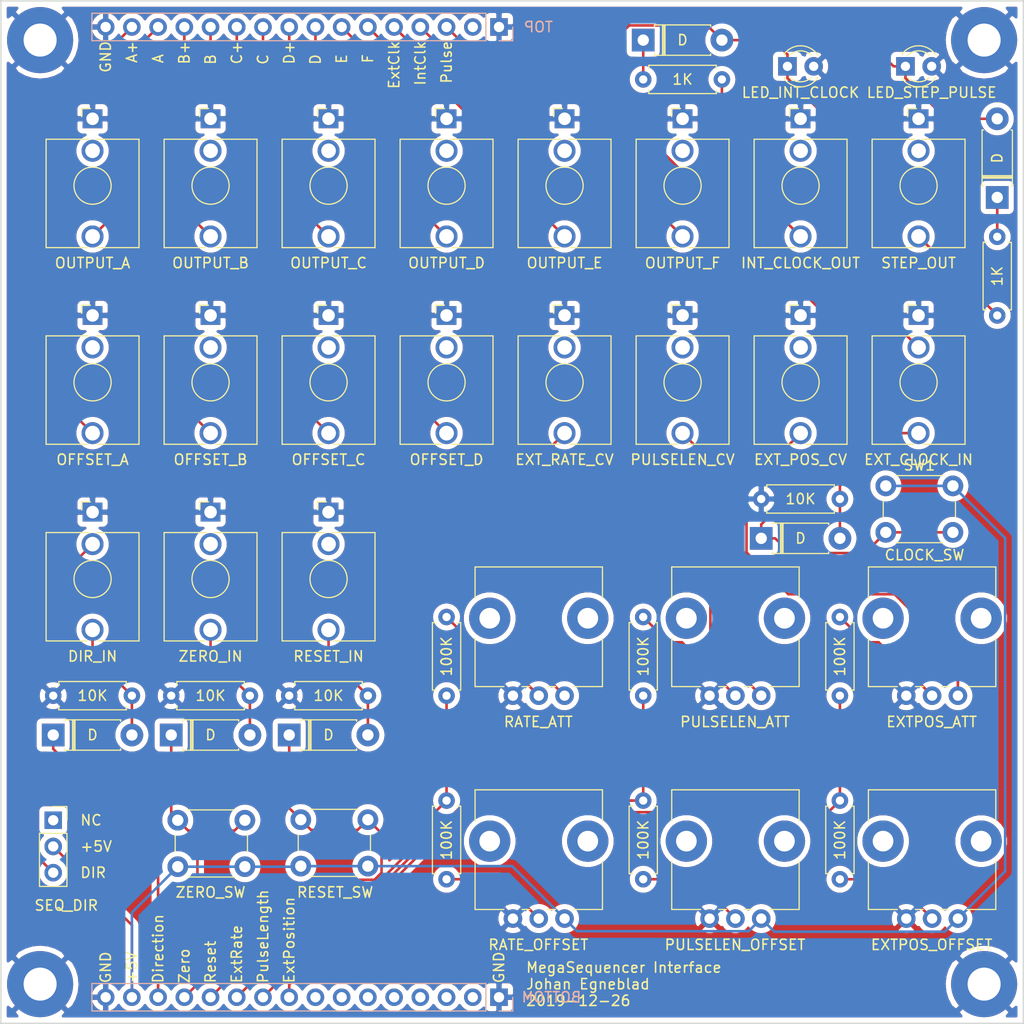
<source format=kicad_pcb>
(kicad_pcb (version 20171130) (host pcbnew 5.1.4)
  (layers (0 F.Cu signal) (31 B.Cu signal hide) (34 B.Paste user) (35 F.Paste user) (36 B.SilkS user) (37 F.SilkS user) (38 B.Mask user) (39 F.Mask user) (44 Edge.Cuts user))
  (net 0 "")
  (net 1 GND)
  (net 2 +5V)
  (net 3 "Net-(J8-PadTN)")
  (net 4 "Net-(J8-PadT)")
  (net 5 "Net-(J6-PadTN)")
  (net 6 "Net-(J4-PadTN)")
  (net 7 "Net-(J3-PadTN)")
  (net 8 "Net-(J5-PadTN)")
  (net 9 "Net-(D8-Pad2)")
  (net 10 "Net-(D4-Pad1)")
  (net 11 "Net-(J9-PadT)")
  (net 12 "Net-(J10-PadTN)")
  (net 13 "Net-(J9-PadTN)")
  (net 14 "Net-(J1-PadT)")
  (net 15 "Net-(J1-PadTN)")
  (net 16 "Net-(D3-Pad2)")
  (net 17 /INT_CLOCK_D)
  (net 18 "Net-(D6-Pad2)")
  (net 19 "Net-(D7-Pad2)")
  (net 20 "Net-(J6-PadT)")
  (net 21 "Net-(J7-PadT)")
  (net 22 "Net-(J7-PadTN)")
  (net 23 "Net-(J11-PadTN)")
  (net 24 "Net-(J12-PadTN)")
  (net 25 "Net-(J13-PadTN)")
  (net 26 /OUTPUT_A)
  (net 27 "Net-(J14-PadTN)")
  (net 28 /OUTPUT_B)
  (net 29 "Net-(J15-PadTN)")
  (net 30 /OUTPUT_C)
  (net 31 "Net-(J16-PadTN)")
  (net 32 /OUTPUT_D)
  (net 33 "Net-(J17-PadTN)")
  (net 34 /OUTPUT_E)
  (net 35 "Net-(J18-PadTN)")
  (net 36 /OUTPUT_F)
  (net 37 "Net-(J19-PadTN)")
  (net 38 "Net-(D5-Pad1)")
  (net 39 /EXT_RATE_A)
  (net 40 "Net-(R7-Pad1)")
  (net 41 /EXT_POS_A)
  (net 42 "Net-(R8-Pad1)")
  (net 43 "Net-(R9-Pad1)")
  (net 44 "Net-(R10-Pad2)")
  (net 45 "Net-(R11-Pad2)")
  (net 46 "Net-(R12-Pad2)")
  (net 47 /EXT_CLOCK_D)
  (net 48 /SEQ_RESET_D)
  (net 49 /SEQ_ZERO_D)
  (net 50 "Net-(SW4-Pad1)")
  (net 51 /STEP_PULSE_D)
  (net 52 /SEQ_DIR_D)
  (net 53 "Net-(J20-Pad2)")
  (net 54 /OFFSET_A)
  (net 55 /OFFSET_B)
  (net 56 /OFFSET_C)
  (net 57 /OFFSET_D)
  (net 58 /PULSELEN_A)
  (net 59 "Net-(J21-Pad8)")
  (net 60 "Net-(J21-Pad7)")
  (net 61 "Net-(J21-Pad6)")
  (net 62 "Net-(J21-Pad5)")
  (net 63 "Net-(J21-Pad4)")
  (net 64 "Net-(J21-Pad3)")
  (net 65 "Net-(J21-Pad2)")
  (module Button_Switch_THT:SW_PUSH_6mm (layer F.Cu) (at 42.545 104.775)
    (fp_text reference SW3)
    (fp_text value ZERO_SW (at 3.175 6.985 180) (layer F.SilkS))
    (pad 1 thru_hole circle (at 6.5 0 90) (size 2 2) (drill 1.1) (layers *.Cu *.Mask) (net 49 /SEQ_ZERO_D))
    (pad 2 thru_hole circle (at 6.5 4.5 90) (size 2 2) (drill 1.1) (layers *.Cu *.Mask) (net 2 +5V))
    (pad 1 thru_hole circle (at 0 0 90) (size 2 2) (drill 1.1) (layers *.Cu *.Mask) (net 49 /SEQ_ZERO_D))
    (pad 2 thru_hole circle (at 0 4.5 90) (size 2 2) (drill 1.1) (layers *.Cu *.Mask) (net 2 +5V))
  )
  (module Connector_PinHeader_2.54mm:PinHeader_1x16_P2.54mm_Vertical (layer B.Cu) (at 73.66 121.92 90)
    (fp_text reference J21)
    (fp_text value BOTTOM (at 0 5.08 -180) (layer B.SilkS) (effects (justify mirror)))
    (pad 16 thru_hole oval (at 0 -38.1 90) (size 1.7 1.7) (drill 1) (layers *.Cu *.Mask) (net 1 GND))
    (pad 15 thru_hole oval (at 0 -35.56 90) (size 1.7 1.7) (drill 1) (layers *.Cu *.Mask) (net 2 +5V))
    (pad 14 thru_hole oval (at 0 -33.02 90) (size 1.7 1.7) (drill 1) (layers *.Cu *.Mask) (net 52 /SEQ_DIR_D))
    (pad 13 thru_hole oval (at 0 -30.48 90) (size 1.7 1.7) (drill 1) (layers *.Cu *.Mask) (net 49 /SEQ_ZERO_D))
    (pad 12 thru_hole oval (at 0 -27.94 90) (size 1.7 1.7) (drill 1) (layers *.Cu *.Mask) (net 48 /SEQ_RESET_D))
    (pad 11 thru_hole oval (at 0 -25.4 90) (size 1.7 1.7) (drill 1) (layers *.Cu *.Mask) (net 39 /EXT_RATE_A))
    (pad 10 thru_hole oval (at 0 -22.86 90) (size 1.7 1.7) (drill 1) (layers *.Cu *.Mask) (net 58 /PULSELEN_A))
    (pad 9 thru_hole oval (at 0 -20.32 90) (size 1.7 1.7) (drill 1) (layers *.Cu *.Mask) (net 41 /EXT_POS_A))
    (pad 8 thru_hole oval (at 0 -17.78 90) (size 1.7 1.7) (drill 1) (layers *.Cu *.Mask) (net 59 "Net-(J21-Pad8)"))
    (pad 7 thru_hole oval (at 0 -15.24 90) (size 1.7 1.7) (drill 1) (layers *.Cu *.Mask) (net 60 "Net-(J21-Pad7)"))
    (pad 6 thru_hole oval (at 0 -12.7 90) (size 1.7 1.7) (drill 1) (layers *.Cu *.Mask) (net 61 "Net-(J21-Pad6)"))
    (pad 5 thru_hole oval (at 0 -10.16 90) (size 1.7 1.7) (drill 1) (layers *.Cu *.Mask) (net 62 "Net-(J21-Pad5)"))
    (pad 4 thru_hole oval (at 0 -7.62 90) (size 1.7 1.7) (drill 1) (layers *.Cu *.Mask) (net 63 "Net-(J21-Pad4)"))
    (pad 3 thru_hole oval (at 0 -5.08 90) (size 1.7 1.7) (drill 1) (layers *.Cu *.Mask) (net 64 "Net-(J21-Pad3)"))
    (pad 2 thru_hole oval (at 0 -2.54 90) (size 1.7 1.7) (drill 1) (layers *.Cu *.Mask) (net 65 "Net-(J21-Pad2)"))
    (pad 1 thru_hole rect (at 0 0 90) (size 1.7 1.7) (drill 1) (layers *.Cu *.Mask) (net 1 GND))
  )
  (module Connector_PinHeader_2.54mm:PinHeader_1x16_P2.54mm_Vertical (layer B.Cu) (at 73.66 27.94 90)
    (fp_text reference J20)
    (fp_text value TOP (at 0 3.81 180) (layer B.SilkS) (effects (justify mirror)))
    (pad 16 thru_hole oval (at 0 -38.1 90) (size 1.7 1.7) (drill 1) (layers *.Cu *.Mask) (net 1 GND))
    (pad 15 thru_hole oval (at 0 -35.56 90) (size 1.7 1.7) (drill 1) (layers *.Cu *.Mask) (net 54 /OFFSET_A))
    (pad 14 thru_hole oval (at 0 -33.02 90) (size 1.7 1.7) (drill 1) (layers *.Cu *.Mask) (net 26 /OUTPUT_A))
    (pad 13 thru_hole oval (at 0 -30.48 90) (size 1.7 1.7) (drill 1) (layers *.Cu *.Mask) (net 55 /OFFSET_B))
    (pad 12 thru_hole oval (at 0 -27.94 90) (size 1.7 1.7) (drill 1) (layers *.Cu *.Mask) (net 28 /OUTPUT_B))
    (pad 11 thru_hole oval (at 0 -25.4 90) (size 1.7 1.7) (drill 1) (layers *.Cu *.Mask) (net 56 /OFFSET_C))
    (pad 10 thru_hole oval (at 0 -22.86 90) (size 1.7 1.7) (drill 1) (layers *.Cu *.Mask) (net 30 /OUTPUT_C))
    (pad 9 thru_hole oval (at 0 -20.32 90) (size 1.7 1.7) (drill 1) (layers *.Cu *.Mask) (net 57 /OFFSET_D))
    (pad 8 thru_hole oval (at 0 -17.78 90) (size 1.7 1.7) (drill 1) (layers *.Cu *.Mask) (net 32 /OUTPUT_D))
    (pad 7 thru_hole oval (at 0 -15.24 90) (size 1.7 1.7) (drill 1) (layers *.Cu *.Mask) (net 34 /OUTPUT_E))
    (pad 6 thru_hole oval (at 0 -12.7 90) (size 1.7 1.7) (drill 1) (layers *.Cu *.Mask) (net 36 /OUTPUT_F))
    (pad 5 thru_hole oval (at 0 -10.16 90) (size 1.7 1.7) (drill 1) (layers *.Cu *.Mask) (net 47 /EXT_CLOCK_D))
    (pad 4 thru_hole oval (at 0 -7.62 90) (size 1.7 1.7) (drill 1) (layers *.Cu *.Mask) (net 17 /INT_CLOCK_D))
    (pad 3 thru_hole oval (at 0 -5.08 90) (size 1.7 1.7) (drill 1) (layers *.Cu *.Mask) (net 51 /STEP_PULSE_D))
    (pad 2 thru_hole oval (at 0 -2.54 90) (size 1.7 1.7) (drill 1) (layers *.Cu *.Mask) (net 53 "Net-(J20-Pad2)"))
    (pad 1 thru_hole rect (at 0 0 90) (size 1.7 1.7) (drill 1) (layers *.Cu *.Mask) (net 1 GND))
  )
  (module MountingHole:MountingHole_3.2mm_M3_Pad (layer F.Cu) (at 29.21 120.65)
    (fp_text reference H4)
    (fp_text value M3)
    (pad 1 thru_hole circle (at 0 0) (size 6.4 6.4) (drill 3.2) (layers *.Cu *.Mask) (net 1 GND))
  )
  (module MountingHole:MountingHole_3.2mm_M3_Pad (layer F.Cu) (at 120.65 29.21)
    (fp_text reference H3)
    (fp_text value M3)
    (pad 1 thru_hole circle (at 0 0) (size 6.4 6.4) (drill 3.2) (layers *.Cu *.Mask) (net 1 GND))
  )
  (module MountingHole:MountingHole_3.2mm_M3_Pad (layer F.Cu) (at 120.65 120.65)
    (fp_text reference H2)
    (fp_text value M3)
    (pad 1 thru_hole circle (at 0 0) (size 6.4 6.4) (drill 3.2) (layers *.Cu *.Mask) (net 1 GND))
  )
  (module MountingHole:MountingHole_3.2mm_M3_Pad (layer F.Cu) (at 29.21 29.21)
    (fp_text reference H1)
    (fp_text value M3)
    (pad 1 thru_hole circle (at 0 0) (size 6.4 6.4) (drill 3.2) (layers *.Cu *.Mask) (net 1 GND))
  )
  (module Diode_THT:D_DO-41_SOD81_P7.62mm_Horizontal (layer F.Cu) (at 41.91 96.52)
    (fp_text reference D8)
    (fp_text value D (at 3.81 0) (layer F.SilkS))
    (pad 2 thru_hole oval (at 7.62 0) (size 2.2 2.2) (drill 1.1) (layers *.Cu *.Mask) (net 9 "Net-(D8-Pad2)"))
    (pad 1 thru_hole rect (at 0 0) (size 2.2 2.2) (drill 1.1) (layers *.Cu *.Mask) (net 49 /SEQ_ZERO_D))
  )
  (module Diode_THT:D_DO-41_SOD81_P7.62mm_Horizontal (layer F.Cu) (at 53.34 96.52)
    (fp_text reference D7)
    (fp_text value D (at 3.81 0 180) (layer F.SilkS))
    (pad 2 thru_hole oval (at 7.62 0) (size 2.2 2.2) (drill 1.1) (layers *.Cu *.Mask) (net 19 "Net-(D7-Pad2)"))
    (pad 1 thru_hole rect (at 0 0) (size 2.2 2.2) (drill 1.1) (layers *.Cu *.Mask) (net 48 /SEQ_RESET_D))
  )
  (module Diode_THT:D_DO-41_SOD81_P7.62mm_Horizontal (layer F.Cu) (at 30.48 96.52)
    (fp_text reference D6)
    (fp_text value D (at 3.81 0) (layer F.SilkS))
    (pad 2 thru_hole oval (at 7.62 0) (size 2.2 2.2) (drill 1.1) (layers *.Cu *.Mask) (net 18 "Net-(D6-Pad2)"))
    (pad 1 thru_hole rect (at 0 0) (size 2.2 2.2) (drill 1.1) (layers *.Cu *.Mask) (net 52 /SEQ_DIR_D))
  )
  (module Diode_THT:D_DO-41_SOD81_P7.62mm_Horizontal (layer F.Cu) (at 121.92 44.45 90)
    (fp_text reference D5)
    (fp_text value D (at 3.81 0 90) (layer F.SilkS))
    (pad 2 thru_hole oval (at 7.62 0 90) (size 2.2 2.2) (drill 1.1) (layers *.Cu *.Mask) (net 51 /STEP_PULSE_D))
    (pad 1 thru_hole rect (at 0 0 90) (size 2.2 2.2) (drill 1.1) (layers *.Cu *.Mask) (net 38 "Net-(D5-Pad1)"))
  )
  (module Diode_THT:D_DO-41_SOD81_P7.62mm_Horizontal (layer F.Cu) (at 87.63 29.21)
    (fp_text reference D4)
    (fp_text value D (at 3.81 0) (layer F.SilkS))
    (pad 2 thru_hole oval (at 7.62 0) (size 2.2 2.2) (drill 1.1) (layers *.Cu *.Mask) (net 17 /INT_CLOCK_D))
    (pad 1 thru_hole rect (at 0 0) (size 2.2 2.2) (drill 1.1) (layers *.Cu *.Mask) (net 10 "Net-(D4-Pad1)"))
  )
  (module Diode_THT:D_DO-41_SOD81_P7.62mm_Horizontal (layer F.Cu) (at 99.06 77.47)
    (fp_text reference D3)
    (fp_text value D (at 3.81 0) (layer F.SilkS))
    (pad 2 thru_hole oval (at 7.62 0) (size 2.2 2.2) (drill 1.1) (layers *.Cu *.Mask) (net 16 "Net-(D3-Pad2)"))
    (pad 1 thru_hole rect (at 0 0) (size 2.2 2.2) (drill 1.1) (layers *.Cu *.Mask) (net 47 /EXT_CLOCK_D))
  )
  (module LED_THT:LED_D3.0mm (layer F.Cu) (at 113.03 31.75)
    (fp_text reference D2)
    (fp_text value LED_STEP_PULSE (at 2.54 2.54) (layer F.SilkS))
    (pad 2 thru_hole circle (at 2.54 0) (size 1.8 1.8) (drill 0.9) (layers *.Cu *.Mask) (net 1 GND))
    (pad 1 thru_hole rect (at 0 0) (size 1.8 1.8) (drill 0.9) (layers *.Cu *.Mask) (net 51 /STEP_PULSE_D))
  )
  (module LED_THT:LED_D3.0mm (layer F.Cu) (at 101.6 31.75)
    (fp_text reference D1)
    (fp_text value LED_INT_CLOCK (at 1.27 2.54) (layer F.SilkS))
    (pad 2 thru_hole circle (at 2.54 0) (size 1.8 1.8) (drill 0.9) (layers *.Cu *.Mask) (net 1 GND))
    (pad 1 thru_hole rect (at 0 0) (size 1.8 1.8) (drill 0.9) (layers *.Cu *.Mask) (net 17 /INT_CLOCK_D))
  )
  (module Connector_PinSocket_2.54mm:PinSocket_1x03_P2.54mm_Vertical (layer F.Cu) (at 30.48 104.775)
    (fp_text reference SW4)
    (fp_text value SEQ_DIR (at 1.27 8.255) (layer F.SilkS))
    (pad 3 thru_hole oval (at 0 5.08) (size 1.7 1.7) (drill 1) (layers *.Cu *.Mask) (net 7 "Net-(J3-PadTN)"))
    (pad 2 thru_hole oval (at 0 2.54) (size 1.7 1.7) (drill 1) (layers *.Cu *.Mask) (net 2 +5V))
    (pad 1 thru_hole rect (at 0 0) (size 1.7 1.7) (drill 1) (layers *.Cu *.Mask) (net 50 "Net-(SW4-Pad1)"))
  )
  (module Button_Switch_THT:SW_PUSH_6mm (layer F.Cu) (at 60.96 109.22 180)
    (fp_text reference SW2)
    (fp_text value RESET_SW (at 3.175 -2.54) (layer F.SilkS))
    (pad 1 thru_hole circle (at 6.5 0 270) (size 2 2) (drill 1.1) (layers *.Cu *.Mask) (net 2 +5V))
    (pad 2 thru_hole circle (at 6.5 4.5 270) (size 2 2) (drill 1.1) (layers *.Cu *.Mask) (net 48 /SEQ_RESET_D))
    (pad 1 thru_hole circle (at 0 0 270) (size 2 2) (drill 1.1) (layers *.Cu *.Mask) (net 2 +5V))
    (pad 2 thru_hole circle (at 0 4.5 270) (size 2 2) (drill 1.1) (layers *.Cu *.Mask) (net 48 /SEQ_RESET_D))
  )
  (module Button_Switch_THT:SW_PUSH_6mm (layer F.Cu) (at 111.125 72.39)
    (fp_text reference SW1 (at 3.25 -2) (layer F.SilkS))
    (fp_text value CLOCK_SW (at 3.75 6.7) (layer F.SilkS))
    (pad 1 thru_hole circle (at 6.5 0 90) (size 2 2) (drill 1.1) (layers *.Cu *.Mask) (net 2 +5V))
    (pad 2 thru_hole circle (at 6.5 4.5 90) (size 2 2) (drill 1.1) (layers *.Cu *.Mask) (net 47 /EXT_CLOCK_D))
    (pad 1 thru_hole circle (at 0 0 90) (size 2 2) (drill 1.1) (layers *.Cu *.Mask) (net 2 +5V))
    (pad 2 thru_hole circle (at 0 4.5 90) (size 2 2) (drill 1.1) (layers *.Cu *.Mask) (net 47 /EXT_CLOCK_D))
  )
  (module Potentiometer_THT:Potentiometer_Alps_RK09L_Single_Vertical (layer F.Cu) (at 99.06 92.71 90)
    (fp_text reference RV6)
    (fp_text value PULSELEN_ATT (at -2.54 -2.54 180) (layer F.SilkS))
    (pad "" np_thru_hole circle (at 7.5 2.25 90) (size 4 4) (drill 2) (layers *.Cu *.Mask))
    (pad "" np_thru_hole circle (at 7.5 -7.25 90) (size 4 4) (drill 2) (layers *.Cu *.Mask))
    (pad 1 thru_hole circle (at 0 0 90) (size 1.8 1.8) (drill 1) (layers *.Cu *.Mask) (net 11 "Net-(J9-PadT)"))
    (pad 2 thru_hole circle (at 0 -2.5 90) (size 1.8 1.8) (drill 1) (layers *.Cu *.Mask) (net 46 "Net-(R12-Pad2)"))
    (pad 3 thru_hole circle (at 0 -5 90) (size 1.8 1.8) (drill 1) (layers *.Cu *.Mask) (net 1 GND))
  )
  (module Potentiometer_THT:Potentiometer_Alps_RK09L_Single_Vertical (layer F.Cu) (at 118.11 92.71 90)
    (fp_text reference RV5)
    (fp_text value EXTPOS_ATT (at -2.54 -2.54 180) (layer F.SilkS))
    (pad "" np_thru_hole circle (at 7.5 2.25 90) (size 4 4) (drill 2) (layers *.Cu *.Mask))
    (pad "" np_thru_hole circle (at 7.5 -7.25 90) (size 4 4) (drill 2) (layers *.Cu *.Mask))
    (pad 1 thru_hole circle (at 0 0 90) (size 1.8 1.8) (drill 1) (layers *.Cu *.Mask) (net 4 "Net-(J8-PadT)"))
    (pad 2 thru_hole circle (at 0 -2.5 90) (size 1.8 1.8) (drill 1) (layers *.Cu *.Mask) (net 45 "Net-(R11-Pad2)"))
    (pad 3 thru_hole circle (at 0 -5 90) (size 1.8 1.8) (drill 1) (layers *.Cu *.Mask) (net 1 GND))
  )
  (module Potentiometer_THT:Potentiometer_Alps_RK09L_Single_Vertical (layer F.Cu) (at 80.01 92.71 90)
    (fp_text reference RV4)
    (fp_text value RATE_ATT (at -2.54 -2.54 180) (layer F.SilkS))
    (pad "" np_thru_hole circle (at 7.5 2.25 90) (size 4 4) (drill 2) (layers *.Cu *.Mask))
    (pad "" np_thru_hole circle (at 7.5 -7.25 90) (size 4 4) (drill 2) (layers *.Cu *.Mask))
    (pad 1 thru_hole circle (at 0 0 90) (size 1.8 1.8) (drill 1) (layers *.Cu *.Mask) (net 21 "Net-(J7-PadT)"))
    (pad 2 thru_hole circle (at 0 -2.5 90) (size 1.8 1.8) (drill 1) (layers *.Cu *.Mask) (net 44 "Net-(R10-Pad2)"))
    (pad 3 thru_hole circle (at 0 -5 90) (size 1.8 1.8) (drill 1) (layers *.Cu *.Mask) (net 1 GND))
  )
  (module Potentiometer_THT:Potentiometer_Alps_RK09L_Single_Vertical (layer F.Cu) (at 99.06 114.3 90)
    (fp_text reference RV3)
    (fp_text value PULSELEN_OFFSET (at -2.54 -2.54 180) (layer F.SilkS))
    (pad "" np_thru_hole circle (at 7.5 2.25 90) (size 4 4) (drill 2) (layers *.Cu *.Mask))
    (pad "" np_thru_hole circle (at 7.5 -7.25 90) (size 4 4) (drill 2) (layers *.Cu *.Mask))
    (pad 1 thru_hole circle (at 0 0 90) (size 1.8 1.8) (drill 1) (layers *.Cu *.Mask) (net 2 +5V))
    (pad 2 thru_hole circle (at 0 -2.5 90) (size 1.8 1.8) (drill 1) (layers *.Cu *.Mask) (net 43 "Net-(R9-Pad1)"))
    (pad 3 thru_hole circle (at 0 -5 90) (size 1.8 1.8) (drill 1) (layers *.Cu *.Mask) (net 1 GND))
  )
  (module Potentiometer_THT:Potentiometer_Alps_RK09L_Single_Vertical (layer F.Cu) (at 118.11 114.3 90)
    (fp_text reference RV2)
    (fp_text value EXTPOS_OFFSET (at -2.54 -2.54 180) (layer F.SilkS))
    (pad "" np_thru_hole circle (at 7.5 2.25 90) (size 4 4) (drill 2) (layers *.Cu *.Mask))
    (pad "" np_thru_hole circle (at 7.5 -7.25 90) (size 4 4) (drill 2) (layers *.Cu *.Mask))
    (pad 1 thru_hole circle (at 0 0 90) (size 1.8 1.8) (drill 1) (layers *.Cu *.Mask) (net 2 +5V))
    (pad 2 thru_hole circle (at 0 -2.5 90) (size 1.8 1.8) (drill 1) (layers *.Cu *.Mask) (net 42 "Net-(R8-Pad1)"))
    (pad 3 thru_hole circle (at 0 -5 90) (size 1.8 1.8) (drill 1) (layers *.Cu *.Mask) (net 1 GND))
  )
  (module Potentiometer_THT:Potentiometer_Alps_RK09L_Single_Vertical (layer F.Cu) (at 80.01 114.3 90)
    (fp_text reference RV1)
    (fp_text value RATE_OFFSET (at -2.54 -2.54 180) (layer F.SilkS))
    (pad "" np_thru_hole circle (at 7.5 2.25 90) (size 4 4) (drill 2) (layers *.Cu *.Mask))
    (pad "" np_thru_hole circle (at 7.5 -7.25 90) (size 4 4) (drill 2) (layers *.Cu *.Mask))
    (pad 1 thru_hole circle (at 0 0 90) (size 1.8 1.8) (drill 1) (layers *.Cu *.Mask) (net 2 +5V))
    (pad 2 thru_hole circle (at 0 -2.5 90) (size 1.8 1.8) (drill 1) (layers *.Cu *.Mask) (net 40 "Net-(R7-Pad1)"))
    (pad 3 thru_hole circle (at 0 -5 90) (size 1.8 1.8) (drill 1) (layers *.Cu *.Mask) (net 1 GND))
  )
  (module Resistor_THT:R_Axial_DIN0207_L6.3mm_D2.5mm_P7.62mm_Horizontal (layer F.Cu) (at 87.63 92.71 90)
    (fp_text reference R12)
    (fp_text value 100K (at 3.81 0 90) (layer F.SilkS))
    (pad 2 thru_hole oval (at 7.62 0 90) (size 1.6 1.6) (drill 0.8) (layers *.Cu *.Mask) (net 46 "Net-(R12-Pad2)"))
    (pad 1 thru_hole circle (at 0 0 90) (size 1.6 1.6) (drill 0.8) (layers *.Cu *.Mask) (net 58 /PULSELEN_A))
  )
  (module Resistor_THT:R_Axial_DIN0207_L6.3mm_D2.5mm_P7.62mm_Horizontal (layer F.Cu) (at 106.68 92.71 90)
    (fp_text reference R11)
    (fp_text value 100K (at 3.81 0 90) (layer F.SilkS))
    (pad 2 thru_hole oval (at 7.62 0 90) (size 1.6 1.6) (drill 0.8) (layers *.Cu *.Mask) (net 45 "Net-(R11-Pad2)"))
    (pad 1 thru_hole circle (at 0 0 90) (size 1.6 1.6) (drill 0.8) (layers *.Cu *.Mask) (net 41 /EXT_POS_A))
  )
  (module Resistor_THT:R_Axial_DIN0207_L6.3mm_D2.5mm_P7.62mm_Horizontal (layer F.Cu) (at 68.58 92.71 90)
    (fp_text reference R10)
    (fp_text value 100K (at 3.81 0 90) (layer F.SilkS))
    (pad 2 thru_hole oval (at 7.62 0 90) (size 1.6 1.6) (drill 0.8) (layers *.Cu *.Mask) (net 44 "Net-(R10-Pad2)"))
    (pad 1 thru_hole circle (at 0 0 90) (size 1.6 1.6) (drill 0.8) (layers *.Cu *.Mask) (net 39 /EXT_RATE_A))
  )
  (module Resistor_THT:R_Axial_DIN0207_L6.3mm_D2.5mm_P7.62mm_Horizontal (layer F.Cu) (at 87.63 110.49 90)
    (fp_text reference R9)
    (fp_text value 100K (at 3.81 0 270) (layer F.SilkS))
    (pad 2 thru_hole oval (at 7.62 0 90) (size 1.6 1.6) (drill 0.8) (layers *.Cu *.Mask) (net 58 /PULSELEN_A))
    (pad 1 thru_hole circle (at 0 0 90) (size 1.6 1.6) (drill 0.8) (layers *.Cu *.Mask) (net 43 "Net-(R9-Pad1)"))
  )
  (module Resistor_THT:R_Axial_DIN0207_L6.3mm_D2.5mm_P7.62mm_Horizontal (layer F.Cu) (at 106.68 110.49 90)
    (fp_text reference R8)
    (fp_text value 100K (at 3.81 0 90) (layer F.SilkS))
    (pad 2 thru_hole oval (at 7.62 0 90) (size 1.6 1.6) (drill 0.8) (layers *.Cu *.Mask) (net 41 /EXT_POS_A))
    (pad 1 thru_hole circle (at 0 0 90) (size 1.6 1.6) (drill 0.8) (layers *.Cu *.Mask) (net 42 "Net-(R8-Pad1)"))
  )
  (module Resistor_THT:R_Axial_DIN0207_L6.3mm_D2.5mm_P7.62mm_Horizontal (layer F.Cu) (at 68.58 110.49 90)
    (fp_text reference R7)
    (fp_text value 100K (at 3.81 0 90) (layer F.SilkS))
    (pad 2 thru_hole oval (at 7.62 0 90) (size 1.6 1.6) (drill 0.8) (layers *.Cu *.Mask) (net 39 /EXT_RATE_A))
    (pad 1 thru_hole circle (at 0 0 90) (size 1.6 1.6) (drill 0.8) (layers *.Cu *.Mask) (net 40 "Net-(R7-Pad1)"))
  )
  (module Resistor_THT:R_Axial_DIN0207_L6.3mm_D2.5mm_P7.62mm_Horizontal (layer F.Cu) (at 121.92 48.26 270)
    (fp_text reference R6)
    (fp_text value 1K (at 3.81 0 90) (layer F.SilkS))
    (pad 2 thru_hole oval (at 7.62 0 270) (size 1.6 1.6) (drill 0.8) (layers *.Cu *.Mask) (net 20 "Net-(J6-PadT)"))
    (pad 1 thru_hole circle (at 0 0 270) (size 1.6 1.6) (drill 0.8) (layers *.Cu *.Mask) (net 38 "Net-(D5-Pad1)"))
  )
  (module Resistor_THT:R_Axial_DIN0207_L6.3mm_D2.5mm_P7.62mm_Horizontal (layer F.Cu) (at 41.91 92.71)
    (fp_text reference R5)
    (fp_text value 10K (at 3.81 0) (layer F.SilkS))
    (pad 2 thru_hole oval (at 7.62 0) (size 1.6 1.6) (drill 0.8) (layers *.Cu *.Mask) (net 9 "Net-(D8-Pad2)"))
    (pad 1 thru_hole circle (at 0 0) (size 1.6 1.6) (drill 0.8) (layers *.Cu *.Mask) (net 1 GND))
  )
  (module Resistor_THT:R_Axial_DIN0207_L6.3mm_D2.5mm_P7.62mm_Horizontal (layer F.Cu) (at 87.63 33.02)
    (fp_text reference R4)
    (fp_text value 1K (at 3.81 0) (layer F.SilkS))
    (pad 2 thru_hole oval (at 7.62 0) (size 1.6 1.6) (drill 0.8) (layers *.Cu *.Mask) (net 14 "Net-(J1-PadT)"))
    (pad 1 thru_hole circle (at 0 0) (size 1.6 1.6) (drill 0.8) (layers *.Cu *.Mask) (net 10 "Net-(D4-Pad1)"))
  )
  (module Resistor_THT:R_Axial_DIN0207_L6.3mm_D2.5mm_P7.62mm_Horizontal (layer F.Cu) (at 53.34 92.71)
    (fp_text reference R3)
    (fp_text value 10K (at 3.81 0 180) (layer F.SilkS))
    (pad 2 thru_hole oval (at 7.62 0) (size 1.6 1.6) (drill 0.8) (layers *.Cu *.Mask) (net 19 "Net-(D7-Pad2)"))
    (pad 1 thru_hole circle (at 0 0) (size 1.6 1.6) (drill 0.8) (layers *.Cu *.Mask) (net 1 GND))
  )
  (module Resistor_THT:R_Axial_DIN0207_L6.3mm_D2.5mm_P7.62mm_Horizontal (layer F.Cu) (at 30.48 92.71)
    (fp_text reference R2)
    (fp_text value 10K (at 3.81 0) (layer F.SilkS))
    (pad 2 thru_hole oval (at 7.62 0) (size 1.6 1.6) (drill 0.8) (layers *.Cu *.Mask) (net 18 "Net-(D6-Pad2)"))
    (pad 1 thru_hole circle (at 0 0) (size 1.6 1.6) (drill 0.8) (layers *.Cu *.Mask) (net 1 GND))
  )
  (module Resistor_THT:R_Axial_DIN0207_L6.3mm_D2.5mm_P7.62mm_Horizontal (layer F.Cu) (at 106.68 73.66 180)
    (fp_text reference R1)
    (fp_text value 10K (at 3.81 0) (layer F.SilkS))
    (pad 2 thru_hole oval (at 7.62 0 180) (size 1.6 1.6) (drill 0.8) (layers *.Cu *.Mask) (net 1 GND))
    (pad 1 thru_hole circle (at 0 0 180) (size 1.6 1.6) (drill 0.8) (layers *.Cu *.Mask) (net 16 "Net-(D3-Pad2)"))
  )
  (module Connector_Audio:Jack_3.5mm_QingPu_WQP-PJ398SM_Vertical_CircularHoles (layer F.Cu) (at 91.44 36.83)
    (fp_text reference J19)
    (fp_text value OUTPUT_F (at 0 13.97 180) (layer F.SilkS))
    (pad T thru_hole circle (at 0 11.4 180) (size 2.13 2.13) (drill 1.43) (layers *.Cu *.Mask) (net 36 /OUTPUT_F))
    (pad S thru_hole rect (at 0 0 180) (size 1.93 1.83) (drill 1.22) (layers *.Cu *.Mask) (net 1 GND))
    (pad TN thru_hole circle (at 0 3.1 180) (size 2.13 2.13) (drill 1.42) (layers *.Cu *.Mask) (net 37 "Net-(J19-PadTN)"))
  )
  (module Connector_Audio:Jack_3.5mm_QingPu_WQP-PJ398SM_Vertical_CircularHoles (layer F.Cu) (at 80.01 36.83)
    (fp_text reference J18)
    (fp_text value OUTPUT_E (at 0 13.97 180) (layer F.SilkS))
    (pad T thru_hole circle (at 0 11.4 180) (size 2.13 2.13) (drill 1.43) (layers *.Cu *.Mask) (net 34 /OUTPUT_E))
    (pad S thru_hole rect (at 0 0 180) (size 1.93 1.83) (drill 1.22) (layers *.Cu *.Mask) (net 1 GND))
    (pad TN thru_hole circle (at 0 3.1 180) (size 2.13 2.13) (drill 1.42) (layers *.Cu *.Mask) (net 35 "Net-(J18-PadTN)"))
  )
  (module Connector_Audio:Jack_3.5mm_QingPu_WQP-PJ398SM_Vertical_CircularHoles (layer F.Cu) (at 68.58 36.83)
    (fp_text reference J17)
    (fp_text value OUTPUT_D (at 0 13.97 180) (layer F.SilkS))
    (pad T thru_hole circle (at 0 11.4 180) (size 2.13 2.13) (drill 1.43) (layers *.Cu *.Mask) (net 32 /OUTPUT_D))
    (pad S thru_hole rect (at 0 0 180) (size 1.93 1.83) (drill 1.22) (layers *.Cu *.Mask) (net 1 GND))
    (pad TN thru_hole circle (at 0 3.1 180) (size 2.13 2.13) (drill 1.42) (layers *.Cu *.Mask) (net 33 "Net-(J17-PadTN)"))
  )
  (module Connector_Audio:Jack_3.5mm_QingPu_WQP-PJ398SM_Vertical_CircularHoles (layer F.Cu) (at 57.15 36.83)
    (fp_text reference J16)
    (fp_text value OUTPUT_C (at 0 13.97 180) (layer F.SilkS))
    (pad T thru_hole circle (at 0 11.4 180) (size 2.13 2.13) (drill 1.43) (layers *.Cu *.Mask) (net 30 /OUTPUT_C))
    (pad S thru_hole rect (at 0 0 180) (size 1.93 1.83) (drill 1.22) (layers *.Cu *.Mask) (net 1 GND))
    (pad TN thru_hole circle (at 0 3.1 180) (size 2.13 2.13) (drill 1.42) (layers *.Cu *.Mask) (net 31 "Net-(J16-PadTN)"))
  )
  (module Connector_Audio:Jack_3.5mm_QingPu_WQP-PJ398SM_Vertical_CircularHoles (layer F.Cu) (at 45.72 36.83)
    (fp_text reference J15)
    (fp_text value OUTPUT_B (at 0 13.97 180) (layer F.SilkS))
    (pad T thru_hole circle (at 0 11.4 180) (size 2.13 2.13) (drill 1.43) (layers *.Cu *.Mask) (net 28 /OUTPUT_B))
    (pad S thru_hole rect (at 0 0 180) (size 1.93 1.83) (drill 1.22) (layers *.Cu *.Mask) (net 1 GND))
    (pad TN thru_hole circle (at 0 3.1 180) (size 2.13 2.13) (drill 1.42) (layers *.Cu *.Mask) (net 29 "Net-(J15-PadTN)"))
  )
  (module Connector_Audio:Jack_3.5mm_QingPu_WQP-PJ398SM_Vertical_CircularHoles (layer F.Cu) (at 34.29 36.83)
    (fp_text reference J14)
    (fp_text value OUTPUT_A (at 0 13.97 180) (layer F.SilkS))
    (pad T thru_hole circle (at 0 11.4 180) (size 2.13 2.13) (drill 1.43) (layers *.Cu *.Mask) (net 26 /OUTPUT_A))
    (pad S thru_hole rect (at 0 0 180) (size 1.93 1.83) (drill 1.22) (layers *.Cu *.Mask) (net 1 GND))
    (pad TN thru_hole circle (at 0 3.1 180) (size 2.13 2.13) (drill 1.42) (layers *.Cu *.Mask) (net 27 "Net-(J14-PadTN)"))
  )
  (module Connector_Audio:Jack_3.5mm_QingPu_WQP-PJ398SM_Vertical_CircularHoles (layer F.Cu) (at 68.58 55.88)
    (fp_text reference J13)
    (fp_text value OFFSET_D (at 0 13.97 180) (layer F.SilkS))
    (pad T thru_hole circle (at 0 11.4 180) (size 2.13 2.13) (drill 1.43) (layers *.Cu *.Mask) (net 57 /OFFSET_D))
    (pad S thru_hole rect (at 0 0 180) (size 1.93 1.83) (drill 1.22) (layers *.Cu *.Mask) (net 1 GND))
    (pad TN thru_hole circle (at 0 3.1 180) (size 2.13 2.13) (drill 1.42) (layers *.Cu *.Mask) (net 25 "Net-(J13-PadTN)"))
  )
  (module Connector_Audio:Jack_3.5mm_QingPu_WQP-PJ398SM_Vertical_CircularHoles (layer F.Cu) (at 57.15 55.88)
    (fp_text reference J12)
    (fp_text value OFFSET_C (at 0 13.97 180) (layer F.SilkS))
    (pad T thru_hole circle (at 0 11.4 180) (size 2.13 2.13) (drill 1.43) (layers *.Cu *.Mask) (net 56 /OFFSET_C))
    (pad S thru_hole rect (at 0 0 180) (size 1.93 1.83) (drill 1.22) (layers *.Cu *.Mask) (net 1 GND))
    (pad TN thru_hole circle (at 0 3.1 180) (size 2.13 2.13) (drill 1.42) (layers *.Cu *.Mask) (net 24 "Net-(J12-PadTN)"))
  )
  (module Connector_Audio:Jack_3.5mm_QingPu_WQP-PJ398SM_Vertical_CircularHoles (layer F.Cu) (at 45.72 55.88)
    (fp_text reference J11)
    (fp_text value OFFSET_B (at 0 13.97 180) (layer F.SilkS))
    (pad T thru_hole circle (at 0 11.4 180) (size 2.13 2.13) (drill 1.43) (layers *.Cu *.Mask) (net 55 /OFFSET_B))
    (pad S thru_hole rect (at 0 0 180) (size 1.93 1.83) (drill 1.22) (layers *.Cu *.Mask) (net 1 GND))
    (pad TN thru_hole circle (at 0 3.1 180) (size 2.13 2.13) (drill 1.42) (layers *.Cu *.Mask) (net 23 "Net-(J11-PadTN)"))
  )
  (module Connector_Audio:Jack_3.5mm_QingPu_WQP-PJ398SM_Vertical_CircularHoles (layer F.Cu) (at 34.29 55.88)
    (fp_text reference J10)
    (fp_text value OFFSET_A (at 0 13.97 180) (layer F.SilkS))
    (pad T thru_hole circle (at 0 11.4 180) (size 2.13 2.13) (drill 1.43) (layers *.Cu *.Mask) (net 54 /OFFSET_A))
    (pad S thru_hole rect (at 0 0 180) (size 1.93 1.83) (drill 1.22) (layers *.Cu *.Mask) (net 1 GND))
    (pad TN thru_hole circle (at 0 3.1 180) (size 2.13 2.13) (drill 1.42) (layers *.Cu *.Mask) (net 12 "Net-(J10-PadTN)"))
  )
  (module Connector_Audio:Jack_3.5mm_QingPu_WQP-PJ398SM_Vertical_CircularHoles (layer F.Cu) (at 91.44 55.88)
    (fp_text reference J9)
    (fp_text value PULSELEN_CV (at 0 13.97 180) (layer F.SilkS))
    (pad T thru_hole circle (at 0 11.4 180) (size 2.13 2.13) (drill 1.43) (layers *.Cu *.Mask) (net 11 "Net-(J9-PadT)"))
    (pad S thru_hole rect (at 0 0 180) (size 1.93 1.83) (drill 1.22) (layers *.Cu *.Mask) (net 1 GND))
    (pad TN thru_hole circle (at 0 3.1 180) (size 2.13 2.13) (drill 1.42) (layers *.Cu *.Mask) (net 13 "Net-(J9-PadTN)"))
  )
  (module Connector_Audio:Jack_3.5mm_QingPu_WQP-PJ398SM_Vertical_CircularHoles (layer F.Cu) (at 102.87 55.88)
    (fp_text reference J8)
    (fp_text value EXT_POS_CV (at 0 13.97 180) (layer F.SilkS))
    (pad T thru_hole circle (at 0 11.4 180) (size 2.13 2.13) (drill 1.43) (layers *.Cu *.Mask) (net 4 "Net-(J8-PadT)"))
    (pad S thru_hole rect (at 0 0 180) (size 1.93 1.83) (drill 1.22) (layers *.Cu *.Mask) (net 1 GND))
    (pad TN thru_hole circle (at 0 3.1 180) (size 2.13 2.13) (drill 1.42) (layers *.Cu *.Mask) (net 3 "Net-(J8-PadTN)"))
  )
  (module Connector_Audio:Jack_3.5mm_QingPu_WQP-PJ398SM_Vertical_CircularHoles (layer F.Cu) (at 80.01 55.88)
    (fp_text reference J7)
    (fp_text value EXT_RATE_CV (at 0 13.97 180) (layer F.SilkS))
    (pad T thru_hole circle (at 0 11.4 180) (size 2.13 2.13) (drill 1.43) (layers *.Cu *.Mask) (net 21 "Net-(J7-PadT)"))
    (pad S thru_hole rect (at 0 0 180) (size 1.93 1.83) (drill 1.22) (layers *.Cu *.Mask) (net 1 GND))
    (pad TN thru_hole circle (at 0 3.1 180) (size 2.13 2.13) (drill 1.42) (layers *.Cu *.Mask) (net 22 "Net-(J7-PadTN)"))
  )
  (module Connector_Audio:Jack_3.5mm_QingPu_WQP-PJ398SM_Vertical_CircularHoles (layer F.Cu) (at 114.3 36.83)
    (fp_text reference J6)
    (fp_text value STEP_OUT (at 0 13.97 180) (layer F.SilkS))
    (pad T thru_hole circle (at 0 11.4 180) (size 2.13 2.13) (drill 1.43) (layers *.Cu *.Mask) (net 20 "Net-(J6-PadT)"))
    (pad S thru_hole rect (at 0 0 180) (size 1.93 1.83) (drill 1.22) (layers *.Cu *.Mask) (net 1 GND))
    (pad TN thru_hole circle (at 0 3.1 180) (size 2.13 2.13) (drill 1.42) (layers *.Cu *.Mask) (net 5 "Net-(J6-PadTN)"))
  )
  (module Connector_Audio:Jack_3.5mm_QingPu_WQP-PJ398SM_Vertical_CircularHoles (layer F.Cu) (at 45.72 74.93)
    (fp_text reference J5)
    (fp_text value ZERO_IN (at 0 13.97 180) (layer F.SilkS))
    (pad T thru_hole circle (at 0 11.4 180) (size 2.13 2.13) (drill 1.43) (layers *.Cu *.Mask) (net 9 "Net-(D8-Pad2)"))
    (pad S thru_hole rect (at 0 0 180) (size 1.93 1.83) (drill 1.22) (layers *.Cu *.Mask) (net 1 GND))
    (pad TN thru_hole circle (at 0 3.1 180) (size 2.13 2.13) (drill 1.42) (layers *.Cu *.Mask) (net 8 "Net-(J5-PadTN)"))
  )
  (module Connector_Audio:Jack_3.5mm_QingPu_WQP-PJ398SM_Vertical_CircularHoles (layer F.Cu) (at 57.15 74.93)
    (fp_text reference J4)
    (fp_text value RESET_IN (at 0 13.97 180) (layer F.SilkS))
    (pad T thru_hole circle (at 0 11.4 180) (size 2.13 2.13) (drill 1.43) (layers *.Cu *.Mask) (net 19 "Net-(D7-Pad2)"))
    (pad S thru_hole rect (at 0 0 180) (size 1.93 1.83) (drill 1.22) (layers *.Cu *.Mask) (net 1 GND))
    (pad TN thru_hole circle (at 0 3.1 180) (size 2.13 2.13) (drill 1.42) (layers *.Cu *.Mask) (net 6 "Net-(J4-PadTN)"))
  )
  (module Connector_Audio:Jack_3.5mm_QingPu_WQP-PJ398SM_Vertical_CircularHoles (layer F.Cu) (at 34.29 74.93)
    (fp_text reference J3)
    (fp_text value DIR_IN (at 0 13.97 180) (layer F.SilkS))
    (pad T thru_hole circle (at 0 11.4 180) (size 2.13 2.13) (drill 1.43) (layers *.Cu *.Mask) (net 18 "Net-(D6-Pad2)"))
    (pad S thru_hole rect (at 0 0 180) (size 1.93 1.83) (drill 1.22) (layers *.Cu *.Mask) (net 1 GND))
    (pad TN thru_hole circle (at 0 3.1 180) (size 2.13 2.13) (drill 1.42) (layers *.Cu *.Mask) (net 7 "Net-(J3-PadTN)"))
  )
  (module Connector_Audio:Jack_3.5mm_QingPu_WQP-PJ398SM_Vertical_CircularHoles (layer F.Cu) (at 114.3 55.88)
    (fp_text reference J2)
    (fp_text value EXT_CLOCK_IN (at 0 13.97 180) (layer F.SilkS))
    (pad T thru_hole circle (at 0 11.4 180) (size 2.13 2.13) (drill 1.43) (layers *.Cu *.Mask) (net 16 "Net-(D3-Pad2)"))
    (pad S thru_hole rect (at 0 0 180) (size 1.93 1.83) (drill 1.22) (layers *.Cu *.Mask) (net 1 GND))
    (pad TN thru_hole circle (at 0 3.1 180) (size 2.13 2.13) (drill 1.42) (layers *.Cu *.Mask) (net 17 /INT_CLOCK_D))
  )
  (module Connector_Audio:Jack_3.5mm_QingPu_WQP-PJ398SM_Vertical_CircularHoles (layer F.Cu) (at 102.87 36.83)
    (fp_text reference J1)
    (fp_text value INT_CLOCK_OUT (at 0 13.97 180) (layer F.SilkS))
    (pad T thru_hole circle (at 0 11.4 180) (size 2.13 2.13) (drill 1.43) (layers *.Cu *.Mask) (net 14 "Net-(J1-PadT)"))
    (pad S thru_hole rect (at 0 0 180) (size 1.93 1.83) (drill 1.22) (layers *.Cu *.Mask) (net 1 GND))
    (pad TN thru_hole circle (at 0 3.1 180) (size 2.13 2.13) (drill 1.42) (layers *.Cu *.Mask) (net 15 "Net-(J1-PadTN)"))
  )
  (gr_text "MegaSequencer Interface\nJohan Egneblad\n2019-12-26" (at 76.2 120.65) (layer F.SilkS) (effects (font (size 1 1)) (justify left)))
  (gr_text GND (at 73.66 120.65 90) (layer F.SilkS) (effects (font (size 1 1)) (justify left)))
  (gr_text ExtPosition (at 53.34 120.65 90) (layer F.SilkS) (effects (font (size 1 1)) (justify left)))
  (gr_text PulseLength (at 50.8 120.65 90) (layer F.SilkS) (effects (font (size 1 1)) (justify left)))
  (gr_text ExtRate (at 48.26 120.65 90) (layer F.SilkS) (effects (font (size 1 1)) (justify left)))
  (gr_text Reset (at 45.72 120.65 90) (layer F.SilkS) (effects (font (size 1 1)) (justify left)))
  (gr_text Zero (at 43.18 120.65 90) (layer F.SilkS) (effects (font (size 1 1)) (justify left)))
  (gr_text Direction (at 40.64 120.65 90) (layer F.SilkS) (effects (font (size 1 1)) (justify left)))
  (gr_text +5V (at 38.1 120.65 90) (layer F.SilkS) (effects (font (size 1 1)) (justify left)))
  (gr_text GND (at 35.56 120.65 90) (layer F.SilkS) (effects (font (size 1 1)) (justify left)))
  (gr_text Pulse (at 68.58 29.21 90) (layer F.SilkS) (effects (font (size 1 1)) (justify right)))
  (gr_text IntClk (at 66.04 29.21 90) (layer F.SilkS) (effects (font (size 1 1)) (justify right)))
  (gr_text ExtClk (at 63.5 29.21 90) (layer F.SilkS) (effects (font (size 1 1)) (justify right)))
  (gr_text F (at 60.96 30.48 90) (layer F.SilkS) (effects (font (size 1 1)) (justify right)))
  (gr_text E (at 58.42 30.48 90) (layer F.SilkS) (effects (font (size 1 1)) (justify right)))
  (gr_text D (at 55.88 30.48 90) (layer F.SilkS) (effects (font (size 1 1)) (justify right)))
  (gr_text D+ (at 53.34 29.21 90) (layer F.SilkS) (effects (font (size 1 1)) (justify right)))
  (gr_text C (at 50.8 30.48 90) (layer F.SilkS) (effects (font (size 1 1)) (justify right)))
  (gr_text C+ (at 48.26 29.21 90) (layer F.SilkS) (effects (font (size 1 1)) (justify right)))
  (gr_text B (at 45.72 30.48 90) (layer F.SilkS) (effects (font (size 1 1)) (justify right)))
  (gr_text B+ (at 43.18 29.21 90) (layer F.SilkS) (effects (font (size 1 1)) (justify right)))
  (gr_text A (at 40.64 30.48 90) (layer F.SilkS) (effects (font (size 1 1)) (justify right)))
  (gr_text A+ (at 38.1 29.21 90) (layer F.SilkS) (effects (font (size 1 1)) (justify right)))
  (gr_text GND (at 35.56 29.21 90) (layer F.SilkS) (effects (font (size 1 1)) (justify right)))
  (gr_text DIR (at 33.02 109.855) (layer F.SilkS) (effects (font (size 1 1)) (justify left)))
  (gr_text +5V (at 33.02 107.315) (layer F.SilkS) (effects (font (size 1 1)) (justify left)))
  (gr_text NC (at 33.02 104.775) (layer F.SilkS) (effects (font (size 1 1)) (justify left)))
  (gr_line (start 25.4 124.46) (end 25.4 25.4) (layer Edge.Cuts) (width 0.15))
  (gr_line (start 124.46 124.46) (end 25.4 124.46) (layer Edge.Cuts) (width 0.15))
  (gr_line (start 124.46 25.4) (end 124.46 124.46) (layer Edge.Cuts) (width 0.15))
  (gr_line (start 25.4 25.4) (end 124.46 25.4) (layer Edge.Cuts) (width 0.15))
  (segment (start 38.1 114.935) (end 38.1 121.92) (width 0.25) (layer F.Cu) (net 2))
  (segment (start 30.48 107.315) (end 38.1 114.935) (width 0.25) (layer F.Cu) (net 2))
  (segment (start 38.1 113.72) (end 42.545 109.275) (width 0.25) (layer B.Cu) (net 2))
  (segment (start 38.1 121.92) (end 38.1 113.72) (width 0.25) (layer B.Cu) (net 2))
  (segment (start 42.545 109.275) (end 49.045 109.275) (width 0.25) (layer B.Cu) (net 2))
  (segment (start 54.405 109.275) (end 54.46 109.22) (width 0.25) (layer B.Cu) (net 2))
  (segment (start 49.045 109.275) (end 54.405 109.275) (width 0.25) (layer B.Cu) (net 2))
  (segment (start 54.46 109.22) (end 60.96 109.22) (width 0.25) (layer B.Cu) (net 2))
  (segment (start 74.93 109.22) (end 80.01 114.3) (width 0.25) (layer B.Cu) (net 2))
  (segment (start 60.96 109.22) (end 74.93 109.22) (width 0.25) (layer B.Cu) (net 2))
  (segment (start 98.160001 115.199999) (end 99.06 114.3) (width 0.25) (layer B.Cu) (net 2))
  (segment (start 97.834999 115.525001) (end 98.160001 115.199999) (width 0.25) (layer B.Cu) (net 2))
  (segment (start 81.235001 115.525001) (end 97.834999 115.525001) (width 0.25) (layer B.Cu) (net 2))
  (segment (start 80.01 114.3) (end 81.235001 115.525001) (width 0.25) (layer B.Cu) (net 2))
  (segment (start 117.210001 115.199999) (end 118.11 114.3) (width 0.25) (layer B.Cu) (net 2))
  (segment (start 116.84 115.57) (end 117.210001 115.199999) (width 0.25) (layer B.Cu) (net 2))
  (segment (start 100.33 115.57) (end 116.84 115.57) (width 0.25) (layer B.Cu) (net 2))
  (segment (start 99.06 114.3) (end 100.33 115.57) (width 0.25) (layer B.Cu) (net 2))
  (segment (start 118.624999 73.389999) (end 117.625 72.39) (width 0.25) (layer B.Cu) (net 2))
  (segment (start 122.685001 77.450001) (end 118.624999 73.389999) (width 0.25) (layer B.Cu) (net 2))
  (segment (start 122.685001 109.724999) (end 122.685001 77.450001) (width 0.25) (layer B.Cu) (net 2))
  (segment (start 118.11 114.3) (end 122.685001 109.724999) (width 0.25) (layer B.Cu) (net 2))
  (segment (start 117.625 72.39) (end 111.125 72.39) (width 0.25) (layer B.Cu) (net 2))
  (segment (start 118.11 91.437208) (end 118.11 92.71) (width 0.25) (layer F.Cu) (net 4))
  (segment (start 118.11 89.018998) (end 118.11 91.437208) (width 0.25) (layer F.Cu) (net 4))
  (segment (start 111.976001 82.884999) (end 118.11 89.018998) (width 0.25) (layer F.Cu) (net 4))
  (segment (start 101.689997 82.884999) (end 111.976001 82.884999) (width 0.25) (layer F.Cu) (net 4))
  (segment (start 97.634999 78.830001) (end 101.689997 82.884999) (width 0.25) (layer F.Cu) (net 4))
  (segment (start 97.634999 72.515001) (end 97.634999 78.830001) (width 0.25) (layer F.Cu) (net 4))
  (segment (start 102.87 67.28) (end 97.634999 72.515001) (width 0.25) (layer F.Cu) (net 4))
  (segment (start 27.94 107.315) (end 29.630001 109.005001) (width 0.25) (layer F.Cu) (net 7))
  (segment (start 27.94 84.38) (end 27.94 107.315) (width 0.25) (layer F.Cu) (net 7))
  (segment (start 29.630001 109.005001) (end 30.48 109.855) (width 0.25) (layer F.Cu) (net 7))
  (segment (start 34.29 78.03) (end 27.94 84.38) (width 0.25) (layer F.Cu) (net 7))
  (segment (start 45.72 88.9) (end 49.53 92.71) (width 0.25) (layer F.Cu) (net 9))
  (segment (start 45.72 86.33) (end 45.72 88.9) (width 0.25) (layer F.Cu) (net 9))
  (segment (start 49.53 92.71) (end 49.53 96.52) (width 0.25) (layer F.Cu) (net 9))
  (segment (start 87.63 29.21) (end 87.63 33.02) (width 0.25) (layer F.Cu) (net 10))
  (segment (start 98.160001 91.810001) (end 99.06 92.71) (width 0.25) (layer F.Cu) (net 11))
  (segment (start 94.135001 87.785001) (end 98.160001 91.810001) (width 0.25) (layer F.Cu) (net 11))
  (segment (start 94.135001 69.975001) (end 94.135001 87.785001) (width 0.25) (layer F.Cu) (net 11))
  (segment (start 91.44 67.28) (end 94.135001 69.975001) (width 0.25) (layer F.Cu) (net 11))
  (segment (start 95.25 40.61) (end 102.87 48.23) (width 0.25) (layer F.Cu) (net 14))
  (segment (start 95.25 33.02) (end 95.25 40.61) (width 0.25) (layer F.Cu) (net 14))
  (segment (start 106.68 77.47) (end 106.68 73.66) (width 0.25) (layer F.Cu) (net 16))
  (segment (start 111.79 67.28) (end 114.3 67.28) (width 0.25) (layer F.Cu) (net 16))
  (segment (start 106.68 73.66) (end 106.68 72.39) (width 0.25) (layer F.Cu) (net 16))
  (segment (start 106.68 72.39) (end 111.79 67.28) (width 0.25) (layer F.Cu) (net 16))
  (segment (start 101.6 32.9) (end 107.95 39.25) (width 0.25) (layer F.Cu) (net 17))
  (segment (start 101.6 31.75) (end 101.6 32.9) (width 0.25) (layer F.Cu) (net 17))
  (segment (start 107.95 52.63) (end 114.3 58.98) (width 0.25) (layer F.Cu) (net 17))
  (segment (start 107.95 39.25) (end 107.95 52.63) (width 0.25) (layer F.Cu) (net 17))
  (segment (start 94.150001 28.110001) (end 95.25 29.21) (width 0.25) (layer F.Cu) (net 17))
  (segment (start 93.824999 27.784999) (end 94.150001 28.110001) (width 0.25) (layer F.Cu) (net 17))
  (segment (start 86.269999 27.784999) (end 93.824999 27.784999) (width 0.25) (layer F.Cu) (net 17))
  (segment (start 83.419997 30.635001) (end 86.269999 27.784999) (width 0.25) (layer F.Cu) (net 17))
  (segment (start 68.735001 30.635001) (end 83.419997 30.635001) (width 0.25) (layer F.Cu) (net 17))
  (segment (start 66.04 27.94) (end 68.735001 30.635001) (width 0.25) (layer F.Cu) (net 17))
  (segment (start 101.6 30.6) (end 101.6 31.75) (width 0.25) (layer F.Cu) (net 17))
  (segment (start 100.21 29.21) (end 101.6 30.6) (width 0.25) (layer F.Cu) (net 17))
  (segment (start 95.25 29.21) (end 100.21 29.21) (width 0.25) (layer F.Cu) (net 17))
  (segment (start 34.29 88.9) (end 38.1 92.71) (width 0.25) (layer F.Cu) (net 18))
  (segment (start 34.29 86.33) (end 34.29 88.9) (width 0.25) (layer F.Cu) (net 18))
  (segment (start 38.1 92.71) (end 38.1 96.52) (width 0.25) (layer F.Cu) (net 18))
  (segment (start 57.15 88.9) (end 60.96 92.71) (width 0.25) (layer F.Cu) (net 19))
  (segment (start 57.15 86.33) (end 57.15 88.9) (width 0.25) (layer F.Cu) (net 19))
  (segment (start 60.96 92.71) (end 60.96 96.52) (width 0.25) (layer F.Cu) (net 19))
  (segment (start 121.92 55.85) (end 121.92 55.88) (width 0.25) (layer F.Cu) (net 20))
  (segment (start 114.3 48.23) (end 121.92 55.85) (width 0.25) (layer F.Cu) (net 20))
  (segment (start 79.110001 91.810001) (end 80.01 92.71) (width 0.25) (layer F.Cu) (net 21))
  (segment (start 78.945001 68.344999) (end 78.945001 91.645001) (width 0.25) (layer F.Cu) (net 21))
  (segment (start 78.945001 91.645001) (end 79.110001 91.810001) (width 0.25) (layer F.Cu) (net 21))
  (segment (start 80.01 67.28) (end 78.945001 68.344999) (width 0.25) (layer F.Cu) (net 21))
  (segment (start 40.64 27.94) (end 36.83 31.75) (width 0.25) (layer F.Cu) (net 26))
  (segment (start 36.83 45.69) (end 34.29 48.23) (width 0.25) (layer F.Cu) (net 26))
  (segment (start 36.83 31.75) (end 36.83 45.69) (width 0.25) (layer F.Cu) (net 26))
  (segment (start 45.72 27.94) (end 45.72 29.21) (width 0.25) (layer F.Cu) (net 28))
  (segment (start 45.72 29.21) (end 41.91 33.02) (width 0.25) (layer F.Cu) (net 28))
  (segment (start 41.91 44.42) (end 45.72 48.23) (width 0.25) (layer F.Cu) (net 28))
  (segment (start 41.91 33.02) (end 41.91 44.42) (width 0.25) (layer F.Cu) (net 28))
  (segment (start 50.8 41.88) (end 57.15 48.23) (width 0.25) (layer F.Cu) (net 30))
  (segment (start 50.8 27.94) (end 50.8 41.88) (width 0.25) (layer F.Cu) (net 30))
  (segment (start 55.88 27.94) (end 55.88 29.21) (width 0.25) (layer F.Cu) (net 32))
  (segment (start 55.88 29.21) (end 63.5 36.83) (width 0.25) (layer F.Cu) (net 32))
  (segment (start 63.5 43.15) (end 68.58 48.23) (width 0.25) (layer F.Cu) (net 32))
  (segment (start 63.5 36.83) (end 63.5 43.15) (width 0.25) (layer F.Cu) (net 32))
  (segment (start 58.42 27.94) (end 64.77 34.29) (width 0.25) (layer F.Cu) (net 34))
  (segment (start 68.505002 34.29) (end 71.12 36.904998) (width 0.25) (layer F.Cu) (net 34))
  (segment (start 64.77 34.29) (end 68.505002 34.29) (width 0.25) (layer F.Cu) (net 34))
  (segment (start 71.12 39.34) (end 80.01 48.23) (width 0.25) (layer F.Cu) (net 34))
  (segment (start 71.12 36.904998) (end 71.12 39.34) (width 0.25) (layer F.Cu) (net 34))
  (segment (start 82.55 39.34) (end 91.44 48.23) (width 0.25) (layer F.Cu) (net 36))
  (segment (start 82.55 35.56) (end 82.55 39.34) (width 0.25) (layer F.Cu) (net 36))
  (segment (start 80.82999 33.83999) (end 82.55 35.56) (width 0.25) (layer F.Cu) (net 36))
  (segment (start 60.96 27.94) (end 66.85999 33.83999) (width 0.25) (layer F.Cu) (net 36))
  (segment (start 66.85999 33.83999) (end 80.82999 33.83999) (width 0.25) (layer F.Cu) (net 36))
  (segment (start 121.92 44.45) (end 121.92 48.26) (width 0.25) (layer F.Cu) (net 38))
  (segment (start 68.58 92.71) (end 68.58 102.87) (width 0.25) (layer F.Cu) (net 39))
  (segment (start 67.454999 105.322413) (end 55.937412 116.84) (width 0.25) (layer F.Cu) (net 39))
  (segment (start 68.58 102.87) (end 67.454999 103.995001) (width 0.25) (layer F.Cu) (net 39))
  (segment (start 67.454999 103.995001) (end 67.454999 105.322413) (width 0.25) (layer F.Cu) (net 39))
  (segment (start 53.34 116.84) (end 48.26 121.92) (width 0.25) (layer F.Cu) (net 39))
  (segment (start 55.937412 116.84) (end 53.34 116.84) (width 0.25) (layer F.Cu) (net 39))
  (segment (start 73.7 110.49) (end 77.51 114.3) (width 0.25) (layer F.Cu) (net 40))
  (segment (start 68.58 110.49) (end 73.7 110.49) (width 0.25) (layer F.Cu) (net 40))
  (segment (start 106.68 92.71) (end 106.68 102.87) (width 0.25) (layer F.Cu) (net 41))
  (segment (start 105.880001 103.669999) (end 106.68 102.87) (width 0.25) (layer F.Cu) (net 41))
  (segment (start 105.554999 103.995001) (end 105.880001 103.669999) (width 0.25) (layer F.Cu) (net 41))
  (segment (start 70.055231 103.995001) (end 105.554999 103.995001) (width 0.25) (layer F.Cu) (net 41))
  (segment (start 53.34 120.710232) (end 70.055231 103.995001) (width 0.25) (layer F.Cu) (net 41))
  (segment (start 53.34 121.92) (end 53.34 120.710232) (width 0.25) (layer F.Cu) (net 41))
  (segment (start 111.8 110.49) (end 115.61 114.3) (width 0.25) (layer F.Cu) (net 42))
  (segment (start 106.68 110.49) (end 111.8 110.49) (width 0.25) (layer F.Cu) (net 42))
  (segment (start 92.75 110.49) (end 96.56 114.3) (width 0.25) (layer F.Cu) (net 43))
  (segment (start 87.63 110.49) (end 92.75 110.49) (width 0.25) (layer F.Cu) (net 43))
  (segment (start 69.379999 85.889999) (end 68.58 85.09) (width 0.25) (layer F.Cu) (net 44))
  (segment (start 72.39 88.9) (end 69.379999 85.889999) (width 0.25) (layer F.Cu) (net 44))
  (segment (start 73.7 88.9) (end 72.39 88.9) (width 0.25) (layer F.Cu) (net 44))
  (segment (start 77.51 92.71) (end 73.7 88.9) (width 0.25) (layer F.Cu) (net 44))
  (segment (start 110.435001 87.535001) (end 114.710001 91.810001) (width 0.25) (layer F.Cu) (net 45))
  (segment (start 114.710001 91.810001) (end 115.61 92.71) (width 0.25) (layer F.Cu) (net 45))
  (segment (start 109.125001 87.535001) (end 110.435001 87.535001) (width 0.25) (layer F.Cu) (net 45))
  (segment (start 106.68 85.09) (end 109.125001 87.535001) (width 0.25) (layer F.Cu) (net 45))
  (segment (start 95.660001 91.810001) (end 96.56 92.71) (width 0.25) (layer F.Cu) (net 46))
  (segment (start 91.385001 87.535001) (end 95.660001 91.810001) (width 0.25) (layer F.Cu) (net 46))
  (segment (start 90.075001 87.535001) (end 91.385001 87.535001) (width 0.25) (layer F.Cu) (net 46))
  (segment (start 87.63 85.09) (end 90.075001 87.535001) (width 0.25) (layer F.Cu) (net 46))
  (segment (start 81.205002 31.75) (end 105.41 55.954998) (width 0.25) (layer F.Cu) (net 47))
  (segment (start 63.5 27.94) (end 67.31 31.75) (width 0.25) (layer F.Cu) (net 47))
  (segment (start 67.31 31.75) (end 81.205002 31.75) (width 0.25) (layer F.Cu) (net 47))
  (segment (start 99.06 76.12) (end 99.06 77.47) (width 0.25) (layer F.Cu) (net 47))
  (segment (start 105.41 69.77) (end 99.06 76.12) (width 0.25) (layer F.Cu) (net 47))
  (segment (start 105.41 55.954998) (end 105.41 69.77) (width 0.25) (layer F.Cu) (net 47))
  (segment (start 101.835001 78.895001) (end 109.119999 78.895001) (width 0.25) (layer F.Cu) (net 47))
  (segment (start 100.41 77.47) (end 101.835001 78.895001) (width 0.25) (layer F.Cu) (net 47))
  (segment (start 110.125001 77.889999) (end 111.125 76.89) (width 0.25) (layer F.Cu) (net 47))
  (segment (start 109.119999 78.895001) (end 110.125001 77.889999) (width 0.25) (layer F.Cu) (net 47))
  (segment (start 99.06 77.47) (end 100.41 77.47) (width 0.25) (layer F.Cu) (net 47))
  (segment (start 111.125 76.89) (end 117.625 76.89) (width 0.25) (layer F.Cu) (net 47))
  (segment (start 53.34 103.6) (end 54.46 104.72) (width 0.25) (layer F.Cu) (net 48))
  (segment (start 53.34 96.52) (end 53.34 103.6) (width 0.25) (layer F.Cu) (net 48))
  (segment (start 59.960001 105.719999) (end 60.96 104.72) (width 0.25) (layer F.Cu) (net 48))
  (segment (start 55.459999 105.719999) (end 59.960001 105.719999) (width 0.25) (layer F.Cu) (net 48))
  (segment (start 54.46 104.72) (end 55.459999 105.719999) (width 0.25) (layer F.Cu) (net 48))
  (segment (start 62.285001 106.045001) (end 60.96 104.72) (width 0.25) (layer F.Cu) (net 48))
  (segment (start 61.596001 110.545001) (end 62.285001 109.856001) (width 0.25) (layer F.Cu) (net 48))
  (segment (start 45.72 121.92) (end 57.094999 110.545001) (width 0.25) (layer F.Cu) (net 48))
  (segment (start 62.285001 109.856001) (end 62.285001 106.045001) (width 0.25) (layer F.Cu) (net 48))
  (segment (start 57.094999 110.545001) (end 61.596001 110.545001) (width 0.25) (layer F.Cu) (net 48))
  (segment (start 41.91 104.14) (end 42.545 104.775) (width 0.25) (layer F.Cu) (net 49))
  (segment (start 41.91 96.52) (end 41.91 104.14) (width 0.25) (layer F.Cu) (net 49))
  (segment (start 48.045001 105.774999) (end 49.045 104.775) (width 0.25) (layer F.Cu) (net 49))
  (segment (start 43.544999 105.774999) (end 48.045001 105.774999) (width 0.25) (layer F.Cu) (net 49))
  (segment (start 43.544999 105.774999) (end 42.545 104.775) (width 0.25) (layer F.Cu) (net 49))
  (segment (start 44.45 106.68) (end 43.544999 105.774999) (width 0.25) (layer F.Cu) (net 49))
  (segment (start 44.45 120.65) (end 44.45 106.68) (width 0.25) (layer F.Cu) (net 49))
  (segment (start 43.18 121.92) (end 44.45 120.65) (width 0.25) (layer F.Cu) (net 49))
  (segment (start 116.96 36.83) (end 120.364366 36.83) (width 0.25) (layer F.Cu) (net 51))
  (segment (start 120.364366 36.83) (end 121.92 36.83) (width 0.25) (layer F.Cu) (net 51))
  (segment (start 113.03 32.9) (end 116.96 36.83) (width 0.25) (layer F.Cu) (net 51))
  (segment (start 113.03 31.75) (end 113.03 32.9) (width 0.25) (layer F.Cu) (net 51))
  (segment (start 68.58 27.94) (end 70.824991 30.184991) (width 0.25) (layer F.Cu) (net 51))
  (segment (start 70.824991 30.184991) (end 83.233597 30.184991) (width 0.25) (layer F.Cu) (net 51))
  (segment (start 83.233597 30.184991) (end 86.36 27.058588) (width 0.25) (layer F.Cu) (net 51))
  (segment (start 86.36 27.058588) (end 96.088598 27.058588) (width 0.25) (layer F.Cu) (net 51))
  (segment (start 111.88 31.75) (end 113.03 31.75) (width 0.25) (layer F.Cu) (net 51))
  (segment (start 108.88999 28.75999) (end 111.88 31.75) (width 0.25) (layer F.Cu) (net 51))
  (segment (start 97.79 28.75999) (end 108.88999 28.75999) (width 0.25) (layer F.Cu) (net 51))
  (segment (start 96.088598 27.058588) (end 97.79 28.75999) (width 0.25) (layer F.Cu) (net 51))
  (segment (start 40.64 120.717919) (end 40.64 121.92) (width 0.25) (layer F.Cu) (net 52))
  (segment (start 40.64 108.03) (end 40.64 120.717919) (width 0.25) (layer F.Cu) (net 52))
  (segment (start 30.48 97.87) (end 40.64 108.03) (width 0.25) (layer F.Cu) (net 52))
  (segment (start 30.48 96.52) (end 30.48 97.87) (width 0.25) (layer F.Cu) (net 52))
  (segment (start 38.1 27.94) (end 30.48 35.56) (width 0.25) (layer F.Cu) (net 54))
  (segment (start 30.48 63.47) (end 34.29 67.28) (width 0.25) (layer F.Cu) (net 54))
  (segment (start 30.48 35.56) (end 30.48 63.47) (width 0.25) (layer F.Cu) (net 54))
  (segment (start 43.18 27.94) (end 43.18 29.21) (width 0.25) (layer F.Cu) (net 55))
  (segment (start 43.18 29.21) (end 40.64 31.75) (width 0.25) (layer F.Cu) (net 55))
  (segment (start 40.64 62.2) (end 45.72 67.28) (width 0.25) (layer F.Cu) (net 55))
  (segment (start 40.64 31.75) (end 40.64 62.2) (width 0.25) (layer F.Cu) (net 55))
  (segment (start 48.26 27.94) (end 48.26 58.42) (width 0.25) (layer F.Cu) (net 56))
  (segment (start 48.29 58.42) (end 57.15 67.28) (width 0.25) (layer F.Cu) (net 56))
  (segment (start 48.26 58.42) (end 48.29 58.42) (width 0.25) (layer F.Cu) (net 56))
  (segment (start 60.96 59.66) (end 68.58 67.28) (width 0.25) (layer F.Cu) (net 57))
  (segment (start 60.96 36.83) (end 60.96 59.66) (width 0.25) (layer F.Cu) (net 57))
  (segment (start 53.34 27.94) (end 53.34 29.21) (width 0.25) (layer F.Cu) (net 57))
  (segment (start 53.34 29.21) (end 60.96 36.83) (width 0.25) (layer F.Cu) (net 57))
  (segment (start 87.63 92.71) (end 87.63 102.87) (width 0.25) (layer F.Cu) (net 58))
  (segment (start 50.8 121.92) (end 55.42999 117.29001) (width 0.25) (layer F.Cu) (net 58))
  (segment (start 86.49863 102.87) (end 87.63 102.87) (width 0.25) (layer F.Cu) (net 58))
  (segment (start 70.543822 102.87) (end 86.49863 102.87) (width 0.25) (layer F.Cu) (net 58))
  (segment (start 56.123813 117.290009) (end 70.543822 102.87) (width 0.25) (layer F.Cu) (net 58))
  (segment (start 55.42999 117.29001) (end 56.123813 117.290009) (width 0.25) (layer F.Cu) (net 58))
  (zone (net 1) (net_name GND) (layer B.Cu) (connect_pads (clearance 0.508)) (min_thickness 0.254) (fill yes (arc_segments 32) (thermal_gap 0.508) (thermal_bridge_width 0.508))
    (polygon (pts (xy 25.4 25.4) (xy 124.46 25.4) (xy 124.46 124.46) (xy 25.4 124.46)))
  )
  (zone (net 1) (net_name GND) (layer F.Cu) (connect_pads (clearance 0.508)) (min_thickness 0.254) (fill yes (arc_segments 32) (thermal_gap 0.508) (thermal_bridge_width 0.508))
    (polygon (pts (xy 25.4 25.4) (xy 124.46 25.4) (xy 124.46 124.46) (xy 25.4 124.46)))
  )
)
</source>
